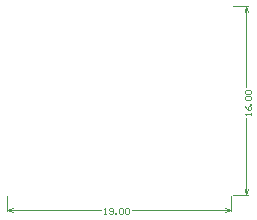
<source format=gbr>
%TF.GenerationSoftware,Altium Limited,Altium Designer,20.1.8 (145)*%
G04 Layer_Color=8242323*
%FSLAX44Y44*%
%MOMM*%
%TF.SameCoordinates,E54140C2-77ED-4701-9F9C-26571285D32F*%
%TF.FilePolarity,Positive*%
%TF.FileFunction,Other,Dimensions*%
%TF.Part,Single*%
G01*
G75*
%TA.AperFunction,NonConductor*%
%ADD31C,0.1016*%
D31*
X10231334Y10005000D02*
X10233000Y10000000D01*
X10234667Y10005000D01*
X10233000Y10160000D02*
X10234667Y10155000D01*
X10231334D02*
X10233000Y10160000D01*
Y10000000D02*
Y10065106D01*
Y10090830D02*
Y10160000D01*
X10221524Y10000000D02*
X10234016D01*
X10221524Y10160000D02*
X10234016D01*
X10030000Y9987000D02*
X10035000Y9988666D01*
X10030000Y9987000D02*
X10035000Y9985333D01*
X10215000D02*
X10220000Y9987000D01*
X10215000Y9988666D02*
X10220000Y9987000D01*
X10030000D02*
X10110106D01*
X10135830D02*
X10220000D01*
X10030000Y9985984D02*
Y9998476D01*
X10220000Y9985984D02*
Y9998476D01*
X10236516Y10067138D02*
Y10068804D01*
Y10067971D01*
X10231517D01*
X10232350Y10067138D01*
X10231517Y10074636D02*
X10232350Y10072969D01*
X10234016Y10071304D01*
X10235682D01*
X10236516Y10072137D01*
Y10073802D01*
X10235682Y10074636D01*
X10234849D01*
X10234016Y10073802D01*
Y10071304D01*
X10236516Y10076302D02*
X10235682D01*
Y10077135D01*
X10236516D01*
Y10076302D01*
X10232350Y10080467D02*
X10231517Y10081300D01*
Y10082966D01*
X10232350Y10083799D01*
X10235682D01*
X10236516Y10082966D01*
Y10081300D01*
X10235682Y10080467D01*
X10232350D01*
Y10085466D02*
X10231517Y10086299D01*
Y10087964D01*
X10232350Y10088798D01*
X10235682D01*
X10236516Y10087964D01*
Y10086299D01*
X10235682Y10085466D01*
X10232350D01*
X10112138Y9983484D02*
X10113804D01*
X10112971D01*
Y9988483D01*
X10112138Y9987650D01*
X10116304Y9984318D02*
X10117137Y9983484D01*
X10118802D01*
X10119636Y9984318D01*
Y9987650D01*
X10118802Y9988483D01*
X10117137D01*
X10116304Y9987650D01*
Y9986817D01*
X10117137Y9985984D01*
X10119636D01*
X10121302Y9983484D02*
Y9984318D01*
X10122135D01*
Y9983484D01*
X10121302D01*
X10125467Y9987650D02*
X10126300Y9988483D01*
X10127966D01*
X10128799Y9987650D01*
Y9984318D01*
X10127966Y9983484D01*
X10126300D01*
X10125467Y9984318D01*
Y9987650D01*
X10130466D02*
X10131299Y9988483D01*
X10132964D01*
X10133798Y9987650D01*
Y9984318D01*
X10132964Y9983484D01*
X10131299D01*
X10130466Y9984318D01*
Y9987650D01*
%TF.MD5,1dae46aafe291e05df510320935e27c6*%
M02*

</source>
